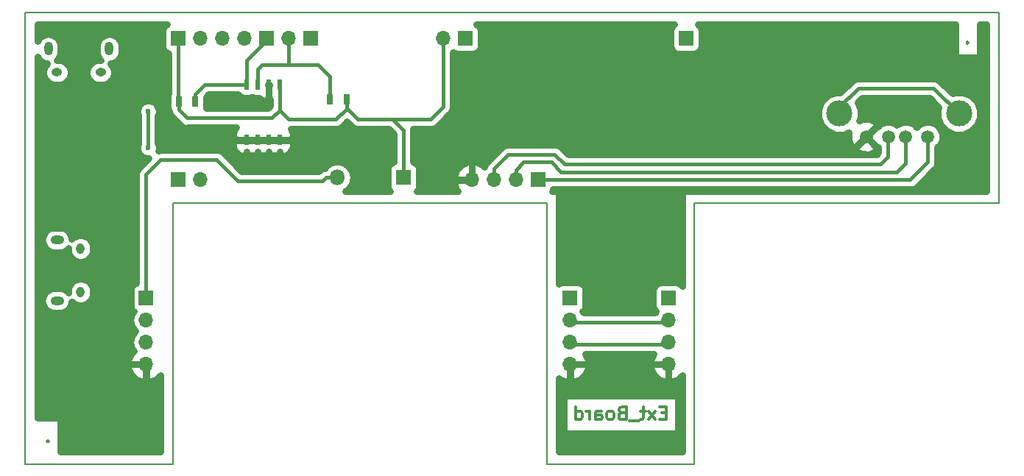
<source format=gbr>
G04 #@! TF.GenerationSoftware,KiCad,Pcbnew,(5.0.0)*
G04 #@! TF.CreationDate,2018-11-23T00:32:49+07:00*
G04 #@! TF.ProjectId,ext_module,6578745F6D6F64756C652E6B69636164,rev?*
G04 #@! TF.SameCoordinates,Original*
G04 #@! TF.FileFunction,Copper,L2,Bot,Signal*
G04 #@! TF.FilePolarity,Positive*
%FSLAX46Y46*%
G04 Gerber Fmt 4.6, Leading zero omitted, Abs format (unit mm)*
G04 Created by KiCad (PCBNEW (5.0.0)) date 11/23/18 00:32:49*
%MOMM*%
%LPD*%
G01*
G04 APERTURE LIST*
G04 #@! TA.AperFunction,NonConductor*
%ADD10C,0.150000*%
G04 #@! TD*
G04 #@! TA.AperFunction,NonConductor*
%ADD11C,0.300000*%
G04 #@! TD*
G04 #@! TA.AperFunction,ComponentPad*
%ADD12R,1.800000X1.800000*%
G04 #@! TD*
G04 #@! TA.AperFunction,ComponentPad*
%ADD13O,1.800000X1.800000*%
G04 #@! TD*
G04 #@! TA.AperFunction,ComponentPad*
%ADD14C,1.500000*%
G04 #@! TD*
G04 #@! TA.AperFunction,ComponentPad*
%ADD15C,3.000000*%
G04 #@! TD*
G04 #@! TA.AperFunction,ComponentPad*
%ADD16R,1.700000X1.700000*%
G04 #@! TD*
G04 #@! TA.AperFunction,ComponentPad*
%ADD17O,1.700000X1.700000*%
G04 #@! TD*
G04 #@! TA.AperFunction,SMDPad,CuDef*
%ADD18R,0.700000X1.300000*%
G04 #@! TD*
G04 #@! TA.AperFunction,ComponentPad*
%ADD19O,0.950000X1.250000*%
G04 #@! TD*
G04 #@! TA.AperFunction,ComponentPad*
%ADD20O,1.550000X1.000000*%
G04 #@! TD*
G04 #@! TA.AperFunction,SMDPad,CuDef*
%ADD21R,0.508000X1.143000*%
G04 #@! TD*
G04 #@! TA.AperFunction,ComponentPad*
%ADD22O,1.250000X0.950000*%
G04 #@! TD*
G04 #@! TA.AperFunction,ComponentPad*
%ADD23O,1.000000X1.550000*%
G04 #@! TD*
G04 #@! TA.AperFunction,ViaPad*
%ADD24C,0.600000*%
G04 #@! TD*
G04 #@! TA.AperFunction,Conductor*
%ADD25C,0.400000*%
G04 #@! TD*
G04 #@! TA.AperFunction,Conductor*
%ADD26C,0.800000*%
G04 #@! TD*
G04 APERTURE END LIST*
D10*
X21000000Y-23000000D02*
X21000000Y-75000000D01*
X133000000Y-23000000D02*
X21000000Y-23000000D01*
X133000000Y-45000000D02*
X133000000Y-23000000D01*
X98000000Y-45000000D02*
X133000000Y-45000000D01*
X98000000Y-75000000D02*
X98000000Y-45000000D01*
X81000000Y-75000000D02*
X98000000Y-75000000D01*
X81000000Y-45000000D02*
X81000000Y-75000000D01*
X38000000Y-45000000D02*
X81000000Y-45000000D01*
X38000000Y-75000000D02*
X38000000Y-45000000D01*
X21000000Y-75000000D02*
X38000000Y-75000000D01*
D11*
X129413000Y-26443714D02*
X129484428Y-26515142D01*
X129413000Y-26586571D01*
X129341571Y-26515142D01*
X129413000Y-26443714D01*
X129413000Y-26586571D01*
X23622000Y-72290714D02*
X23693428Y-72362142D01*
X23622000Y-72433571D01*
X23550571Y-72362142D01*
X23622000Y-72290714D01*
X23622000Y-72433571D01*
X94713571Y-69107857D02*
X94213571Y-69107857D01*
X93999285Y-69893571D02*
X94713571Y-69893571D01*
X94713571Y-68393571D01*
X93999285Y-68393571D01*
X93499285Y-69893571D02*
X92713571Y-68893571D01*
X93499285Y-68893571D02*
X92713571Y-69893571D01*
X92356428Y-68893571D02*
X91785000Y-68893571D01*
X92142142Y-68393571D02*
X92142142Y-69679285D01*
X92070714Y-69822142D01*
X91927857Y-69893571D01*
X91785000Y-69893571D01*
X91642142Y-70036428D02*
X90499285Y-70036428D01*
X89642142Y-69107857D02*
X89427857Y-69179285D01*
X89356428Y-69250714D01*
X89285000Y-69393571D01*
X89285000Y-69607857D01*
X89356428Y-69750714D01*
X89427857Y-69822142D01*
X89570714Y-69893571D01*
X90142142Y-69893571D01*
X90142142Y-68393571D01*
X89642142Y-68393571D01*
X89499285Y-68465000D01*
X89427857Y-68536428D01*
X89356428Y-68679285D01*
X89356428Y-68822142D01*
X89427857Y-68965000D01*
X89499285Y-69036428D01*
X89642142Y-69107857D01*
X90142142Y-69107857D01*
X88427857Y-69893571D02*
X88570714Y-69822142D01*
X88642142Y-69750714D01*
X88713571Y-69607857D01*
X88713571Y-69179285D01*
X88642142Y-69036428D01*
X88570714Y-68965000D01*
X88427857Y-68893571D01*
X88213571Y-68893571D01*
X88070714Y-68965000D01*
X87999285Y-69036428D01*
X87927857Y-69179285D01*
X87927857Y-69607857D01*
X87999285Y-69750714D01*
X88070714Y-69822142D01*
X88213571Y-69893571D01*
X88427857Y-69893571D01*
X86642142Y-69893571D02*
X86642142Y-69107857D01*
X86713571Y-68965000D01*
X86856428Y-68893571D01*
X87142142Y-68893571D01*
X87285000Y-68965000D01*
X86642142Y-69822142D02*
X86785000Y-69893571D01*
X87142142Y-69893571D01*
X87285000Y-69822142D01*
X87356428Y-69679285D01*
X87356428Y-69536428D01*
X87285000Y-69393571D01*
X87142142Y-69322142D01*
X86785000Y-69322142D01*
X86642142Y-69250714D01*
X85927857Y-69893571D02*
X85927857Y-68893571D01*
X85927857Y-69179285D02*
X85856428Y-69036428D01*
X85785000Y-68965000D01*
X85642142Y-68893571D01*
X85499285Y-68893571D01*
X84356428Y-69893571D02*
X84356428Y-68393571D01*
X84356428Y-69822142D02*
X84499285Y-69893571D01*
X84785000Y-69893571D01*
X84927857Y-69822142D01*
X84999285Y-69750714D01*
X85070714Y-69607857D01*
X85070714Y-69179285D01*
X84999285Y-69036428D01*
X84927857Y-68965000D01*
X84785000Y-68893571D01*
X84499285Y-68893571D01*
X84356428Y-68965000D01*
D12*
G04 #@! TO.P,D1,1*
G04 #@! TO.N,Net-(D1-Pad1)*
X64516000Y-42037000D03*
D13*
G04 #@! TO.P,D1,2*
G04 #@! TO.N,Net-(D1-Pad2)*
X56896000Y-42037000D03*
G04 #@! TD*
D14*
G04 #@! TO.P,P1,4*
G04 #@! TO.N,GND*
X117731000Y-37338000D03*
G04 #@! TO.P,P1,3*
G04 #@! TO.N,Net-(P1-Pad3)*
X120271000Y-37338000D03*
G04 #@! TO.P,P1,2*
G04 #@! TO.N,Net-(P1-Pad2)*
X122301000Y-37338000D03*
G04 #@! TO.P,P1,1*
G04 #@! TO.N,Net-(P1-Pad1)*
X124841000Y-37338000D03*
D15*
G04 #@! TO.P,P1,5*
G04 #@! TO.N,Net-(P1-Pad5)*
X114681000Y-34668000D03*
X128401000Y-34668000D03*
G04 #@! TD*
D16*
G04 #@! TO.P,P2,1*
G04 #@! TO.N,Net-(P1-Pad1)*
X80010000Y-42291000D03*
D17*
G04 #@! TO.P,P2,2*
G04 #@! TO.N,Net-(P1-Pad2)*
X77470000Y-42291000D03*
G04 #@! TO.P,P2,3*
G04 #@! TO.N,Net-(P1-Pad3)*
X74930000Y-42291000D03*
G04 #@! TO.P,P2,4*
G04 #@! TO.N,GND*
X72390000Y-42291000D03*
G04 #@! TD*
D16*
G04 #@! TO.P,P3,1*
G04 #@! TO.N,Net-(D1-Pad2)*
X34925000Y-55880000D03*
D17*
G04 #@! TO.P,P3,2*
G04 #@! TO.N,Net-(P3-Pad2)*
X34925000Y-58420000D03*
G04 #@! TO.P,P3,3*
G04 #@! TO.N,Net-(P3-Pad3)*
X34925000Y-60960000D03*
G04 #@! TO.P,P3,4*
G04 #@! TO.N,GND*
X34925000Y-63500000D03*
G04 #@! TD*
D16*
G04 #@! TO.P,P4,1*
G04 #@! TO.N,Net-(C2.2uF1-Pad1)*
X83693000Y-55880000D03*
D17*
G04 #@! TO.P,P4,2*
G04 #@! TO.N,Net-(P4-Pad2)*
X83693000Y-58420000D03*
G04 #@! TO.P,P4,3*
G04 #@! TO.N,Net-(P4-Pad3)*
X83693000Y-60960000D03*
G04 #@! TO.P,P4,4*
G04 #@! TO.N,GND*
X83693000Y-63500000D03*
G04 #@! TD*
D16*
G04 #@! TO.P,P6,1*
G04 #@! TO.N,Net-(C10uF1-Pad1)*
X94996000Y-55880000D03*
D17*
G04 #@! TO.P,P6,2*
G04 #@! TO.N,Net-(P4-Pad2)*
X94996000Y-58420000D03*
G04 #@! TO.P,P6,3*
G04 #@! TO.N,Net-(P4-Pad3)*
X94996000Y-60960000D03*
G04 #@! TO.P,P6,4*
G04 #@! TO.N,GND*
X94996000Y-63500000D03*
G04 #@! TD*
D16*
G04 #@! TO.P,P7,1*
G04 #@! TO.N,Net-(P7-Pad1)*
X97000000Y-26000000D03*
G04 #@! TD*
G04 #@! TO.P,P8,1*
G04 #@! TO.N,Net-(D1-Pad1)*
X38608000Y-26035000D03*
D17*
G04 #@! TO.P,P8,2*
G04 #@! TO.N,Net-(P5-Pad2)*
X41148000Y-26035000D03*
G04 #@! TO.P,P8,3*
G04 #@! TO.N,Net-(P5-Pad1)*
X43688000Y-26035000D03*
G04 #@! TO.P,P8,4*
G04 #@! TO.N,GND*
X46228000Y-26035000D03*
G04 #@! TD*
D16*
G04 #@! TO.P,P9,1*
G04 #@! TO.N,Net-(P9-Pad1)*
X48768000Y-26035000D03*
D17*
G04 #@! TO.P,P9,2*
G04 #@! TO.N,Net-(P9-Pad2)*
X51308000Y-26035000D03*
G04 #@! TD*
D16*
G04 #@! TO.P,P10,1*
G04 #@! TO.N,Net-(P10-Pad1)*
X53848000Y-26035000D03*
G04 #@! TD*
D18*
G04 #@! TO.P,R4.7k1,1*
G04 #@! TO.N,Net-(D1-Pad1)*
X57973000Y-33020000D03*
G04 #@! TO.P,R4.7k1,2*
G04 #@! TO.N,Net-(P9-Pad2)*
X56073000Y-33020000D03*
G04 #@! TD*
G04 #@! TO.P,R4.7k2,1*
G04 #@! TO.N,Net-(D1-Pad1)*
X38674000Y-33274000D03*
G04 #@! TO.P,R4.7k2,2*
G04 #@! TO.N,Net-(P9-Pad1)*
X40574000Y-33274000D03*
G04 #@! TD*
D19*
G04 #@! TO.P,U1,6*
G04 #@! TO.N,N/C*
X27385000Y-50205000D03*
X27385000Y-55205000D03*
D20*
X24685000Y-49205000D03*
X24685000Y-56205000D03*
G04 #@! TD*
D21*
G04 #@! TO.P,U1B1,8*
G04 #@! TO.N,Net-(D1-Pad1)*
X50292000Y-31369000D03*
G04 #@! TO.P,U1B1,7*
G04 #@! TO.N,GND*
X49022000Y-31369000D03*
G04 #@! TO.P,U1B1,6*
G04 #@! TO.N,Net-(P9-Pad2)*
X47752000Y-31369000D03*
G04 #@! TO.P,U1B1,5*
G04 #@! TO.N,Net-(P9-Pad1)*
X46482000Y-31369000D03*
G04 #@! TO.P,U1B1,4*
G04 #@! TO.N,GND*
X46482000Y-37719000D03*
G04 #@! TO.P,U1B1,3*
X47752000Y-37719000D03*
G04 #@! TO.P,U1B1,2*
X49022000Y-37719000D03*
G04 #@! TO.P,U1B1,1*
X50292000Y-37719000D03*
G04 #@! TD*
D22*
G04 #@! TO.P,U2,6*
G04 #@! TO.N,N/C*
X29678000Y-29925000D03*
X24678000Y-29925000D03*
D23*
X30678000Y-27225000D03*
X23678000Y-27225000D03*
G04 #@! TD*
D16*
G04 #@! TO.P,Photo_R1,1*
G04 #@! TO.N,Net-(P10-Pad1)*
X71628000Y-26035000D03*
D17*
G04 #@! TO.P,Photo_R1,2*
G04 #@! TO.N,Net-(D1-Pad1)*
X69088000Y-26035000D03*
G04 #@! TD*
D16*
G04 #@! TO.P,P5,1*
G04 #@! TO.N,Net-(P5-Pad1)*
X38608000Y-42291000D03*
D17*
G04 #@! TO.P,P5,2*
G04 #@! TO.N,Net-(P5-Pad2)*
X41148000Y-42291000D03*
G04 #@! TD*
D24*
G04 #@! TO.N,Net-(P5-Pad1)*
X35179000Y-34417000D03*
X35179000Y-38608000D03*
G04 #@! TO.N,GND*
X88000000Y-33000000D03*
X28000000Y-59000000D03*
X44704000Y-33528000D03*
X24638000Y-53975000D03*
X27178000Y-27051000D03*
X36703000Y-32893000D03*
X25273000Y-32766000D03*
G04 #@! TD*
D25*
G04 #@! TO.N,Net-(D1-Pad1)*
X57973000Y-34036000D02*
X58039000Y-34036000D01*
X64516000Y-36576000D02*
X64516000Y-42037000D01*
X63246000Y-35306000D02*
X64516000Y-36576000D01*
X59309000Y-35306000D02*
X63246000Y-35306000D01*
X58039000Y-34036000D02*
X59309000Y-35306000D01*
X50292000Y-34290000D02*
X51308000Y-35306000D01*
X57973000Y-34102000D02*
X57973000Y-34036000D01*
X57973000Y-34036000D02*
X57973000Y-33020000D01*
X56769000Y-35306000D02*
X57973000Y-34102000D01*
X51308000Y-35306000D02*
X56769000Y-35306000D01*
X38674000Y-33274000D02*
X38674000Y-34229000D01*
X50292000Y-34290000D02*
X50292000Y-31369000D01*
X49403000Y-35179000D02*
X50292000Y-34290000D01*
X39624000Y-35179000D02*
X49403000Y-35179000D01*
X38674000Y-34229000D02*
X39624000Y-35179000D01*
X38608000Y-33208000D02*
X38674000Y-33274000D01*
X38608000Y-26035000D02*
X38608000Y-33208000D01*
X67691000Y-35306000D02*
X63246000Y-35306000D01*
X69088000Y-26035000D02*
X69088000Y-33909000D01*
X69088000Y-33909000D02*
X67691000Y-35306000D01*
G04 #@! TO.N,Net-(D1-Pad2)*
X56896000Y-42037000D02*
X55626000Y-42037000D01*
X34925000Y-41656000D02*
X34925000Y-55880000D01*
X36576000Y-40005000D02*
X34925000Y-41656000D01*
X43053000Y-40005000D02*
X36576000Y-40005000D01*
X45466000Y-42418000D02*
X43053000Y-40005000D01*
X55245000Y-42418000D02*
X45466000Y-42418000D01*
X55626000Y-42037000D02*
X55245000Y-42418000D01*
G04 #@! TO.N,Net-(P1-Pad3)*
X120271000Y-37338000D02*
X120269000Y-37338000D01*
X120269000Y-37340000D02*
X120271000Y-37338000D01*
X120269000Y-39624000D02*
X120269000Y-37340000D01*
X74930000Y-41021000D02*
X76581000Y-39370000D01*
X74930000Y-42291000D02*
X74930000Y-41021000D01*
X76581000Y-39370000D02*
X81915000Y-39370000D01*
X81915000Y-39370000D02*
X83058000Y-40513000D01*
X83058000Y-40513000D02*
X119380000Y-40513000D01*
X119380000Y-40513000D02*
X120269000Y-39624000D01*
G04 #@! TO.N,Net-(P1-Pad2)*
X122301000Y-40386000D02*
X122301000Y-37338000D01*
X77470000Y-42291000D02*
X77470000Y-41148000D01*
X78359000Y-40259000D02*
X81534000Y-40259000D01*
X81534000Y-40259000D02*
X82677000Y-41402000D01*
X82677000Y-41402000D02*
X121285000Y-41402000D01*
X77470000Y-41148000D02*
X78359000Y-40259000D01*
X121285000Y-41402000D02*
X122301000Y-40386000D01*
G04 #@! TO.N,Net-(P1-Pad1)*
X80010000Y-42291000D02*
X122809000Y-42291000D01*
X124841000Y-40259000D02*
X124841000Y-37338000D01*
X122809000Y-42291000D02*
X124841000Y-40259000D01*
X124693000Y-37267000D02*
X124820000Y-37140000D01*
G04 #@! TO.N,Net-(P1-Pad5)*
X114681000Y-34668000D02*
X114681000Y-33909000D01*
X114681000Y-33909000D02*
X116840000Y-31750000D01*
X116840000Y-31750000D02*
X125483000Y-31750000D01*
X125483000Y-31750000D02*
X128401000Y-34668000D01*
X114660000Y-34470000D02*
X114660000Y-34300000D01*
X114660000Y-34470000D02*
X114663000Y-34470000D01*
G04 #@! TO.N,Net-(P4-Pad2)*
X83820000Y-58680000D02*
X94820000Y-58680000D01*
G04 #@! TO.N,Net-(P4-Pad3)*
X94820000Y-61220000D02*
X83820000Y-61220000D01*
G04 #@! TO.N,Net-(P9-Pad1)*
X40574000Y-33274000D02*
X40574000Y-32451000D01*
X41656000Y-31369000D02*
X46482000Y-31369000D01*
X40574000Y-32451000D02*
X41656000Y-31369000D01*
X46482000Y-31369000D02*
X46482000Y-28575000D01*
X46482000Y-28575000D02*
X48768000Y-26289000D01*
X48768000Y-26289000D02*
X48768000Y-26035000D01*
G04 #@! TO.N,Net-(P9-Pad2)*
X51308000Y-26035000D02*
X51308000Y-29083000D01*
X56073000Y-33020000D02*
X56073000Y-30419000D01*
X47752000Y-29591000D02*
X47752000Y-31369000D01*
X48260000Y-29083000D02*
X47752000Y-29591000D01*
X54737000Y-29083000D02*
X51308000Y-29083000D01*
X51308000Y-29083000D02*
X48260000Y-29083000D01*
X56073000Y-30419000D02*
X54737000Y-29083000D01*
G04 #@! TO.N,Net-(P5-Pad1)*
X35179000Y-34417000D02*
X35179000Y-38608000D01*
G04 #@! TO.N,GND*
X49022000Y-31369000D02*
X49022000Y-33020000D01*
X48514000Y-33528000D02*
X44704000Y-33528000D01*
X49022000Y-33020000D02*
X48514000Y-33528000D01*
X36576000Y-32766000D02*
X25273000Y-32766000D01*
X36703000Y-32893000D02*
X36576000Y-32766000D01*
G04 #@! TD*
D26*
G04 #@! TO.N,GND*
G36*
X92948330Y-63034108D02*
X92925913Y-63146819D01*
X93208675Y-63475000D01*
X94971000Y-63475000D01*
X94971000Y-63455000D01*
X95021000Y-63455000D01*
X95021000Y-63475000D01*
X95041000Y-63475000D01*
X95041000Y-63525000D01*
X95021000Y-63525000D01*
X95021000Y-65287353D01*
X95349182Y-65570089D01*
X96114486Y-65277356D01*
X96600000Y-64817713D01*
X96600000Y-73600000D01*
X82400000Y-73600000D01*
X82400000Y-67160000D01*
X82949286Y-67160000D01*
X82949286Y-71510000D01*
X96120715Y-71510000D01*
X96120715Y-67160000D01*
X82949286Y-67160000D01*
X82400000Y-67160000D01*
X82400000Y-65112141D01*
X82574514Y-65277356D01*
X83339818Y-65570089D01*
X83668000Y-65287353D01*
X83668000Y-63525000D01*
X83718000Y-63525000D01*
X83718000Y-65287353D01*
X84046182Y-65570089D01*
X84811486Y-65277356D01*
X85406511Y-64714037D01*
X85740670Y-63965892D01*
X85763087Y-63853181D01*
X92925913Y-63853181D01*
X92948330Y-63965892D01*
X93282489Y-64714037D01*
X93877514Y-65277356D01*
X94642818Y-65570089D01*
X94971000Y-65287353D01*
X94971000Y-63525000D01*
X93208675Y-63525000D01*
X92925913Y-63853181D01*
X85763087Y-63853181D01*
X85480325Y-63525000D01*
X83718000Y-63525000D01*
X83668000Y-63525000D01*
X83648000Y-63525000D01*
X83648000Y-63475000D01*
X83668000Y-63475000D01*
X83668000Y-63455000D01*
X83718000Y-63455000D01*
X83718000Y-63475000D01*
X85480325Y-63475000D01*
X85763087Y-63146819D01*
X85740670Y-63034108D01*
X85421714Y-62320000D01*
X93267286Y-62320000D01*
X92948330Y-63034108D01*
X92948330Y-63034108D01*
G37*
X92948330Y-63034108D02*
X92925913Y-63146819D01*
X93208675Y-63475000D01*
X94971000Y-63475000D01*
X94971000Y-63455000D01*
X95021000Y-63455000D01*
X95021000Y-63475000D01*
X95041000Y-63475000D01*
X95041000Y-63525000D01*
X95021000Y-63525000D01*
X95021000Y-65287353D01*
X95349182Y-65570089D01*
X96114486Y-65277356D01*
X96600000Y-64817713D01*
X96600000Y-73600000D01*
X82400000Y-73600000D01*
X82400000Y-67160000D01*
X82949286Y-67160000D01*
X82949286Y-71510000D01*
X96120715Y-71510000D01*
X96120715Y-67160000D01*
X82949286Y-67160000D01*
X82400000Y-67160000D01*
X82400000Y-65112141D01*
X82574514Y-65277356D01*
X83339818Y-65570089D01*
X83668000Y-65287353D01*
X83668000Y-63525000D01*
X83718000Y-63525000D01*
X83718000Y-65287353D01*
X84046182Y-65570089D01*
X84811486Y-65277356D01*
X85406511Y-64714037D01*
X85740670Y-63965892D01*
X85763087Y-63853181D01*
X92925913Y-63853181D01*
X92948330Y-63965892D01*
X93282489Y-64714037D01*
X93877514Y-65277356D01*
X94642818Y-65570089D01*
X94971000Y-65287353D01*
X94971000Y-63525000D01*
X93208675Y-63525000D01*
X92925913Y-63853181D01*
X85763087Y-63853181D01*
X85480325Y-63525000D01*
X83718000Y-63525000D01*
X83668000Y-63525000D01*
X83648000Y-63525000D01*
X83648000Y-63475000D01*
X83668000Y-63475000D01*
X83668000Y-63455000D01*
X83718000Y-63455000D01*
X83718000Y-63475000D01*
X85480325Y-63475000D01*
X85763087Y-63146819D01*
X85740670Y-63034108D01*
X85421714Y-62320000D01*
X93267286Y-62320000D01*
X92948330Y-63034108D01*
G36*
X37109136Y-24536136D02*
X36910219Y-24833837D01*
X36840368Y-25185000D01*
X36840368Y-26885000D01*
X36910219Y-27236163D01*
X37109136Y-27533864D01*
X37406837Y-27732781D01*
X37508000Y-27752904D01*
X37508001Y-32225272D01*
X37476219Y-32272837D01*
X37406368Y-32624000D01*
X37406368Y-33924000D01*
X37476219Y-34275163D01*
X37597838Y-34457179D01*
X37637823Y-34658198D01*
X37667128Y-34702056D01*
X37880945Y-35022056D01*
X37972792Y-35083426D01*
X38769573Y-35880208D01*
X38830944Y-35972056D01*
X39187053Y-36210000D01*
X39194801Y-36215177D01*
X39624000Y-36300550D01*
X39732339Y-36279000D01*
X45328733Y-36279000D01*
X45168301Y-36439432D01*
X44978000Y-36898859D01*
X44978000Y-37381500D01*
X45290500Y-37694000D01*
X46457000Y-37694000D01*
X46457000Y-37674000D01*
X46507000Y-37674000D01*
X46507000Y-37694000D01*
X47727000Y-37694000D01*
X47727000Y-37674000D01*
X47777000Y-37674000D01*
X47777000Y-37694000D01*
X48997000Y-37694000D01*
X48997000Y-37674000D01*
X49047000Y-37674000D01*
X49047000Y-37694000D01*
X50267000Y-37694000D01*
X50267000Y-37640500D01*
X50317000Y-37590500D01*
X50317000Y-37694000D01*
X51483500Y-37694000D01*
X51796000Y-37381500D01*
X51796000Y-36898859D01*
X51605699Y-36439432D01*
X51572267Y-36406000D01*
X56660661Y-36406000D01*
X56769000Y-36427550D01*
X56877339Y-36406000D01*
X57198199Y-36342177D01*
X57562056Y-36099056D01*
X57623428Y-36007206D01*
X58039000Y-35591635D01*
X58454574Y-36007208D01*
X58515944Y-36099056D01*
X58817502Y-36300550D01*
X58879801Y-36342177D01*
X59308999Y-36427550D01*
X59417338Y-36406000D01*
X62790366Y-36406000D01*
X63416000Y-37031635D01*
X63416001Y-40259151D01*
X63264837Y-40289219D01*
X62967136Y-40488136D01*
X62768219Y-40785837D01*
X62698368Y-41137000D01*
X62698368Y-42937000D01*
X62768219Y-43288163D01*
X62967136Y-43585864D01*
X62988292Y-43600000D01*
X57796720Y-43600000D01*
X58193728Y-43334728D01*
X58591563Y-42739325D01*
X58731264Y-42037000D01*
X58591563Y-41334675D01*
X58193728Y-40739272D01*
X57598325Y-40341437D01*
X57073284Y-40237000D01*
X56718716Y-40237000D01*
X56193675Y-40341437D01*
X55598272Y-40739272D01*
X55458260Y-40948816D01*
X55400976Y-40960210D01*
X55196801Y-41000823D01*
X54832944Y-41243944D01*
X54783461Y-41318000D01*
X45921635Y-41318000D01*
X43907428Y-39303794D01*
X43846056Y-39211944D01*
X43482199Y-38968823D01*
X43161339Y-38905000D01*
X43053000Y-38883450D01*
X42944661Y-38905000D01*
X36684339Y-38905000D01*
X36576000Y-38883450D01*
X36467661Y-38905000D01*
X36344720Y-38929455D01*
X36379000Y-38846695D01*
X36379000Y-38369305D01*
X36279000Y-38127884D01*
X36279000Y-38056500D01*
X44978000Y-38056500D01*
X44978000Y-38539141D01*
X45168301Y-38998568D01*
X45519932Y-39350199D01*
X45979360Y-39540500D01*
X46144500Y-39540500D01*
X46457000Y-39228000D01*
X46457000Y-39017267D01*
X46507000Y-39067267D01*
X46507000Y-39228000D01*
X46819500Y-39540500D01*
X46984640Y-39540500D01*
X47117000Y-39485675D01*
X47249360Y-39540500D01*
X47414500Y-39540500D01*
X47727000Y-39228000D01*
X47727000Y-39067267D01*
X47752000Y-39042267D01*
X47777000Y-39067267D01*
X47777000Y-39228000D01*
X48089500Y-39540500D01*
X48254640Y-39540500D01*
X48387000Y-39485675D01*
X48519360Y-39540500D01*
X48684500Y-39540500D01*
X48997000Y-39228000D01*
X48997000Y-39067267D01*
X49022000Y-39042267D01*
X49047000Y-39067267D01*
X49047000Y-39228000D01*
X49359500Y-39540500D01*
X49524640Y-39540500D01*
X49657000Y-39485675D01*
X49789360Y-39540500D01*
X49954500Y-39540500D01*
X50267000Y-39228000D01*
X50267000Y-39067267D01*
X50317000Y-39017267D01*
X50317000Y-39228000D01*
X50629500Y-39540500D01*
X50794640Y-39540500D01*
X51254068Y-39350199D01*
X51605699Y-38998568D01*
X51796000Y-38539141D01*
X51796000Y-38056500D01*
X51483500Y-37744000D01*
X50317000Y-37744000D01*
X50317000Y-37847500D01*
X50267000Y-37797500D01*
X50267000Y-37744000D01*
X49047000Y-37744000D01*
X49047000Y-37797500D01*
X49022000Y-37822500D01*
X48997000Y-37797500D01*
X48997000Y-37744000D01*
X47777000Y-37744000D01*
X47777000Y-37797500D01*
X47752000Y-37822500D01*
X47727000Y-37797500D01*
X47727000Y-37744000D01*
X46507000Y-37744000D01*
X46507000Y-37797500D01*
X46457000Y-37847500D01*
X46457000Y-37744000D01*
X45290500Y-37744000D01*
X44978000Y-38056500D01*
X36279000Y-38056500D01*
X36279000Y-34897116D01*
X36379000Y-34655695D01*
X36379000Y-34178305D01*
X36196311Y-33737255D01*
X35858745Y-33399689D01*
X35417695Y-33217000D01*
X34940305Y-33217000D01*
X34499255Y-33399689D01*
X34161689Y-33737255D01*
X33979000Y-34178305D01*
X33979000Y-34655695D01*
X34079000Y-34897117D01*
X34079001Y-38127882D01*
X33979000Y-38369305D01*
X33979000Y-38846695D01*
X34161689Y-39287745D01*
X34499255Y-39625311D01*
X34940305Y-39808000D01*
X35217366Y-39808000D01*
X34223794Y-40801572D01*
X34131944Y-40862944D01*
X33941477Y-41148000D01*
X33888823Y-41226802D01*
X33803450Y-41656000D01*
X33825000Y-41764339D01*
X33825001Y-54162096D01*
X33723837Y-54182219D01*
X33426136Y-54381136D01*
X33227219Y-54678837D01*
X33157368Y-55030000D01*
X33157368Y-56730000D01*
X33227219Y-57081163D01*
X33426136Y-57378864D01*
X33488234Y-57420357D01*
X33276537Y-57737184D01*
X33140716Y-58420000D01*
X33276537Y-59102816D01*
X33663321Y-59681679D01*
X33675774Y-59690000D01*
X33663321Y-59698321D01*
X33276537Y-60277184D01*
X33140716Y-60960000D01*
X33276537Y-61642816D01*
X33514559Y-61999042D01*
X33211489Y-62285963D01*
X32877330Y-63034108D01*
X32854913Y-63146819D01*
X33137675Y-63475000D01*
X34900000Y-63475000D01*
X34900000Y-63455000D01*
X34950000Y-63455000D01*
X34950000Y-63475000D01*
X34970000Y-63475000D01*
X34970000Y-63525000D01*
X34950000Y-63525000D01*
X34950000Y-65287353D01*
X35278182Y-65570089D01*
X36043486Y-65277356D01*
X36600000Y-64750496D01*
X36600000Y-73600000D01*
X25029143Y-73600000D01*
X25029143Y-69700000D01*
X22400000Y-69700000D01*
X22400000Y-63853181D01*
X32854913Y-63853181D01*
X32877330Y-63965892D01*
X33211489Y-64714037D01*
X33806514Y-65277356D01*
X34571818Y-65570089D01*
X34900000Y-65287353D01*
X34900000Y-63525000D01*
X33137675Y-63525000D01*
X32854913Y-63853181D01*
X22400000Y-63853181D01*
X22400000Y-56205000D01*
X22982573Y-56205000D01*
X23091229Y-56751253D01*
X23400657Y-57214343D01*
X23863747Y-57523771D01*
X24272115Y-57605000D01*
X25097885Y-57605000D01*
X25506253Y-57523771D01*
X25969343Y-57214343D01*
X26278771Y-56751253D01*
X26367200Y-56306687D01*
X26393682Y-56346319D01*
X26848503Y-56650221D01*
X27385000Y-56756937D01*
X27921498Y-56650221D01*
X28376319Y-56346319D01*
X28680221Y-55891497D01*
X28760000Y-55490421D01*
X28760000Y-54919578D01*
X28680221Y-54518502D01*
X28376318Y-54063681D01*
X27921497Y-53759779D01*
X27385000Y-53653063D01*
X26848502Y-53759779D01*
X26393681Y-54063682D01*
X26089779Y-54518503D01*
X26010000Y-54919579D01*
X26010000Y-55256504D01*
X25969343Y-55195657D01*
X25506253Y-54886229D01*
X25097885Y-54805000D01*
X24272115Y-54805000D01*
X23863747Y-54886229D01*
X23400657Y-55195657D01*
X23091229Y-55658747D01*
X22982573Y-56205000D01*
X22400000Y-56205000D01*
X22400000Y-49205000D01*
X22982573Y-49205000D01*
X23091229Y-49751253D01*
X23400657Y-50214343D01*
X23863747Y-50523771D01*
X24272115Y-50605000D01*
X25097885Y-50605000D01*
X25506253Y-50523771D01*
X25969343Y-50214343D01*
X26010000Y-50153496D01*
X26010000Y-50490422D01*
X26089779Y-50891498D01*
X26393682Y-51346319D01*
X26848503Y-51650221D01*
X27385000Y-51756937D01*
X27921498Y-51650221D01*
X28376319Y-51346319D01*
X28680221Y-50891497D01*
X28760000Y-50490421D01*
X28760000Y-49919578D01*
X28680221Y-49518502D01*
X28376318Y-49063681D01*
X27921497Y-48759779D01*
X27385000Y-48653063D01*
X26848502Y-48759779D01*
X26393681Y-49063682D01*
X26367200Y-49103313D01*
X26278771Y-48658747D01*
X25969343Y-48195657D01*
X25506253Y-47886229D01*
X25097885Y-47805000D01*
X24272115Y-47805000D01*
X23863747Y-47886229D01*
X23400657Y-48195657D01*
X23091229Y-48658747D01*
X22982573Y-49205000D01*
X22400000Y-49205000D01*
X22400000Y-28107270D01*
X22668657Y-28509342D01*
X23131747Y-28818771D01*
X23576312Y-28907200D01*
X23536681Y-28933681D01*
X23232779Y-29388502D01*
X23126063Y-29925000D01*
X23232779Y-30461498D01*
X23536681Y-30916319D01*
X23991502Y-31220221D01*
X24392578Y-31300000D01*
X24963422Y-31300000D01*
X25364498Y-31220221D01*
X25819319Y-30916319D01*
X26123221Y-30461498D01*
X26229937Y-29925000D01*
X28126063Y-29925000D01*
X28232779Y-30461498D01*
X28536681Y-30916319D01*
X28991502Y-31220221D01*
X29392578Y-31300000D01*
X29963422Y-31300000D01*
X30364498Y-31220221D01*
X30819319Y-30916319D01*
X31123221Y-30461498D01*
X31229937Y-29925000D01*
X31123221Y-29388502D01*
X30819319Y-28933681D01*
X30779688Y-28907200D01*
X31224252Y-28818771D01*
X31687342Y-28509343D01*
X31996771Y-28046253D01*
X32078000Y-27637885D01*
X32078000Y-26812116D01*
X31996771Y-26403747D01*
X31687343Y-25940657D01*
X31224253Y-25631229D01*
X30678000Y-25522573D01*
X30131748Y-25631229D01*
X29668658Y-25940657D01*
X29359229Y-26403747D01*
X29278000Y-26812115D01*
X29278000Y-27637884D01*
X29359229Y-28046252D01*
X29668657Y-28509342D01*
X29729506Y-28550000D01*
X29392578Y-28550000D01*
X28991502Y-28629779D01*
X28536681Y-28933681D01*
X28232779Y-29388502D01*
X28126063Y-29925000D01*
X26229937Y-29925000D01*
X26123221Y-29388502D01*
X25819319Y-28933681D01*
X25364498Y-28629779D01*
X24963422Y-28550000D01*
X24626495Y-28550000D01*
X24687342Y-28509343D01*
X24996771Y-28046253D01*
X25078000Y-27637885D01*
X25078000Y-26812116D01*
X24996771Y-26403747D01*
X24687343Y-25940657D01*
X24224253Y-25631229D01*
X23678000Y-25522573D01*
X23131748Y-25631229D01*
X22668658Y-25940657D01*
X22400000Y-26342729D01*
X22400000Y-24400000D01*
X37312878Y-24400000D01*
X37109136Y-24536136D01*
X37109136Y-24536136D01*
G37*
X37109136Y-24536136D02*
X36910219Y-24833837D01*
X36840368Y-25185000D01*
X36840368Y-26885000D01*
X36910219Y-27236163D01*
X37109136Y-27533864D01*
X37406837Y-27732781D01*
X37508000Y-27752904D01*
X37508001Y-32225272D01*
X37476219Y-32272837D01*
X37406368Y-32624000D01*
X37406368Y-33924000D01*
X37476219Y-34275163D01*
X37597838Y-34457179D01*
X37637823Y-34658198D01*
X37667128Y-34702056D01*
X37880945Y-35022056D01*
X37972792Y-35083426D01*
X38769573Y-35880208D01*
X38830944Y-35972056D01*
X39187053Y-36210000D01*
X39194801Y-36215177D01*
X39624000Y-36300550D01*
X39732339Y-36279000D01*
X45328733Y-36279000D01*
X45168301Y-36439432D01*
X44978000Y-36898859D01*
X44978000Y-37381500D01*
X45290500Y-37694000D01*
X46457000Y-37694000D01*
X46457000Y-37674000D01*
X46507000Y-37674000D01*
X46507000Y-37694000D01*
X47727000Y-37694000D01*
X47727000Y-37674000D01*
X47777000Y-37674000D01*
X47777000Y-37694000D01*
X48997000Y-37694000D01*
X48997000Y-37674000D01*
X49047000Y-37674000D01*
X49047000Y-37694000D01*
X50267000Y-37694000D01*
X50267000Y-37640500D01*
X50317000Y-37590500D01*
X50317000Y-37694000D01*
X51483500Y-37694000D01*
X51796000Y-37381500D01*
X51796000Y-36898859D01*
X51605699Y-36439432D01*
X51572267Y-36406000D01*
X56660661Y-36406000D01*
X56769000Y-36427550D01*
X56877339Y-36406000D01*
X57198199Y-36342177D01*
X57562056Y-36099056D01*
X57623428Y-36007206D01*
X58039000Y-35591635D01*
X58454574Y-36007208D01*
X58515944Y-36099056D01*
X58817502Y-36300550D01*
X58879801Y-36342177D01*
X59308999Y-36427550D01*
X59417338Y-36406000D01*
X62790366Y-36406000D01*
X63416000Y-37031635D01*
X63416001Y-40259151D01*
X63264837Y-40289219D01*
X62967136Y-40488136D01*
X62768219Y-40785837D01*
X62698368Y-41137000D01*
X62698368Y-42937000D01*
X62768219Y-43288163D01*
X62967136Y-43585864D01*
X62988292Y-43600000D01*
X57796720Y-43600000D01*
X58193728Y-43334728D01*
X58591563Y-42739325D01*
X58731264Y-42037000D01*
X58591563Y-41334675D01*
X58193728Y-40739272D01*
X57598325Y-40341437D01*
X57073284Y-40237000D01*
X56718716Y-40237000D01*
X56193675Y-40341437D01*
X55598272Y-40739272D01*
X55458260Y-40948816D01*
X55400976Y-40960210D01*
X55196801Y-41000823D01*
X54832944Y-41243944D01*
X54783461Y-41318000D01*
X45921635Y-41318000D01*
X43907428Y-39303794D01*
X43846056Y-39211944D01*
X43482199Y-38968823D01*
X43161339Y-38905000D01*
X43053000Y-38883450D01*
X42944661Y-38905000D01*
X36684339Y-38905000D01*
X36576000Y-38883450D01*
X36467661Y-38905000D01*
X36344720Y-38929455D01*
X36379000Y-38846695D01*
X36379000Y-38369305D01*
X36279000Y-38127884D01*
X36279000Y-38056500D01*
X44978000Y-38056500D01*
X44978000Y-38539141D01*
X45168301Y-38998568D01*
X45519932Y-39350199D01*
X45979360Y-39540500D01*
X46144500Y-39540500D01*
X46457000Y-39228000D01*
X46457000Y-39017267D01*
X46507000Y-39067267D01*
X46507000Y-39228000D01*
X46819500Y-39540500D01*
X46984640Y-39540500D01*
X47117000Y-39485675D01*
X47249360Y-39540500D01*
X47414500Y-39540500D01*
X47727000Y-39228000D01*
X47727000Y-39067267D01*
X47752000Y-39042267D01*
X47777000Y-39067267D01*
X47777000Y-39228000D01*
X48089500Y-39540500D01*
X48254640Y-39540500D01*
X48387000Y-39485675D01*
X48519360Y-39540500D01*
X48684500Y-39540500D01*
X48997000Y-39228000D01*
X48997000Y-39067267D01*
X49022000Y-39042267D01*
X49047000Y-39067267D01*
X49047000Y-39228000D01*
X49359500Y-39540500D01*
X49524640Y-39540500D01*
X49657000Y-39485675D01*
X49789360Y-39540500D01*
X49954500Y-39540500D01*
X50267000Y-39228000D01*
X50267000Y-39067267D01*
X50317000Y-39017267D01*
X50317000Y-39228000D01*
X50629500Y-39540500D01*
X50794640Y-39540500D01*
X51254068Y-39350199D01*
X51605699Y-38998568D01*
X51796000Y-38539141D01*
X51796000Y-38056500D01*
X51483500Y-37744000D01*
X50317000Y-37744000D01*
X50317000Y-37847500D01*
X50267000Y-37797500D01*
X50267000Y-37744000D01*
X49047000Y-37744000D01*
X49047000Y-37797500D01*
X49022000Y-37822500D01*
X48997000Y-37797500D01*
X48997000Y-37744000D01*
X47777000Y-37744000D01*
X47777000Y-37797500D01*
X47752000Y-37822500D01*
X47727000Y-37797500D01*
X47727000Y-37744000D01*
X46507000Y-37744000D01*
X46507000Y-37797500D01*
X46457000Y-37847500D01*
X46457000Y-37744000D01*
X45290500Y-37744000D01*
X44978000Y-38056500D01*
X36279000Y-38056500D01*
X36279000Y-34897116D01*
X36379000Y-34655695D01*
X36379000Y-34178305D01*
X36196311Y-33737255D01*
X35858745Y-33399689D01*
X35417695Y-33217000D01*
X34940305Y-33217000D01*
X34499255Y-33399689D01*
X34161689Y-33737255D01*
X33979000Y-34178305D01*
X33979000Y-34655695D01*
X34079000Y-34897117D01*
X34079001Y-38127882D01*
X33979000Y-38369305D01*
X33979000Y-38846695D01*
X34161689Y-39287745D01*
X34499255Y-39625311D01*
X34940305Y-39808000D01*
X35217366Y-39808000D01*
X34223794Y-40801572D01*
X34131944Y-40862944D01*
X33941477Y-41148000D01*
X33888823Y-41226802D01*
X33803450Y-41656000D01*
X33825000Y-41764339D01*
X33825001Y-54162096D01*
X33723837Y-54182219D01*
X33426136Y-54381136D01*
X33227219Y-54678837D01*
X33157368Y-55030000D01*
X33157368Y-56730000D01*
X33227219Y-57081163D01*
X33426136Y-57378864D01*
X33488234Y-57420357D01*
X33276537Y-57737184D01*
X33140716Y-58420000D01*
X33276537Y-59102816D01*
X33663321Y-59681679D01*
X33675774Y-59690000D01*
X33663321Y-59698321D01*
X33276537Y-60277184D01*
X33140716Y-60960000D01*
X33276537Y-61642816D01*
X33514559Y-61999042D01*
X33211489Y-62285963D01*
X32877330Y-63034108D01*
X32854913Y-63146819D01*
X33137675Y-63475000D01*
X34900000Y-63475000D01*
X34900000Y-63455000D01*
X34950000Y-63455000D01*
X34950000Y-63475000D01*
X34970000Y-63475000D01*
X34970000Y-63525000D01*
X34950000Y-63525000D01*
X34950000Y-65287353D01*
X35278182Y-65570089D01*
X36043486Y-65277356D01*
X36600000Y-64750496D01*
X36600000Y-73600000D01*
X25029143Y-73600000D01*
X25029143Y-69700000D01*
X22400000Y-69700000D01*
X22400000Y-63853181D01*
X32854913Y-63853181D01*
X32877330Y-63965892D01*
X33211489Y-64714037D01*
X33806514Y-65277356D01*
X34571818Y-65570089D01*
X34900000Y-65287353D01*
X34900000Y-63525000D01*
X33137675Y-63525000D01*
X32854913Y-63853181D01*
X22400000Y-63853181D01*
X22400000Y-56205000D01*
X22982573Y-56205000D01*
X23091229Y-56751253D01*
X23400657Y-57214343D01*
X23863747Y-57523771D01*
X24272115Y-57605000D01*
X25097885Y-57605000D01*
X25506253Y-57523771D01*
X25969343Y-57214343D01*
X26278771Y-56751253D01*
X26367200Y-56306687D01*
X26393682Y-56346319D01*
X26848503Y-56650221D01*
X27385000Y-56756937D01*
X27921498Y-56650221D01*
X28376319Y-56346319D01*
X28680221Y-55891497D01*
X28760000Y-55490421D01*
X28760000Y-54919578D01*
X28680221Y-54518502D01*
X28376318Y-54063681D01*
X27921497Y-53759779D01*
X27385000Y-53653063D01*
X26848502Y-53759779D01*
X26393681Y-54063682D01*
X26089779Y-54518503D01*
X26010000Y-54919579D01*
X26010000Y-55256504D01*
X25969343Y-55195657D01*
X25506253Y-54886229D01*
X25097885Y-54805000D01*
X24272115Y-54805000D01*
X23863747Y-54886229D01*
X23400657Y-55195657D01*
X23091229Y-55658747D01*
X22982573Y-56205000D01*
X22400000Y-56205000D01*
X22400000Y-49205000D01*
X22982573Y-49205000D01*
X23091229Y-49751253D01*
X23400657Y-50214343D01*
X23863747Y-50523771D01*
X24272115Y-50605000D01*
X25097885Y-50605000D01*
X25506253Y-50523771D01*
X25969343Y-50214343D01*
X26010000Y-50153496D01*
X26010000Y-50490422D01*
X26089779Y-50891498D01*
X26393682Y-51346319D01*
X26848503Y-51650221D01*
X27385000Y-51756937D01*
X27921498Y-51650221D01*
X28376319Y-51346319D01*
X28680221Y-50891497D01*
X28760000Y-50490421D01*
X28760000Y-49919578D01*
X28680221Y-49518502D01*
X28376318Y-49063681D01*
X27921497Y-48759779D01*
X27385000Y-48653063D01*
X26848502Y-48759779D01*
X26393681Y-49063682D01*
X26367200Y-49103313D01*
X26278771Y-48658747D01*
X25969343Y-48195657D01*
X25506253Y-47886229D01*
X25097885Y-47805000D01*
X24272115Y-47805000D01*
X23863747Y-47886229D01*
X23400657Y-48195657D01*
X23091229Y-48658747D01*
X22982573Y-49205000D01*
X22400000Y-49205000D01*
X22400000Y-28107270D01*
X22668657Y-28509342D01*
X23131747Y-28818771D01*
X23576312Y-28907200D01*
X23536681Y-28933681D01*
X23232779Y-29388502D01*
X23126063Y-29925000D01*
X23232779Y-30461498D01*
X23536681Y-30916319D01*
X23991502Y-31220221D01*
X24392578Y-31300000D01*
X24963422Y-31300000D01*
X25364498Y-31220221D01*
X25819319Y-30916319D01*
X26123221Y-30461498D01*
X26229937Y-29925000D01*
X28126063Y-29925000D01*
X28232779Y-30461498D01*
X28536681Y-30916319D01*
X28991502Y-31220221D01*
X29392578Y-31300000D01*
X29963422Y-31300000D01*
X30364498Y-31220221D01*
X30819319Y-30916319D01*
X31123221Y-30461498D01*
X31229937Y-29925000D01*
X31123221Y-29388502D01*
X30819319Y-28933681D01*
X30779688Y-28907200D01*
X31224252Y-28818771D01*
X31687342Y-28509343D01*
X31996771Y-28046253D01*
X32078000Y-27637885D01*
X32078000Y-26812116D01*
X31996771Y-26403747D01*
X31687343Y-25940657D01*
X31224253Y-25631229D01*
X30678000Y-25522573D01*
X30131748Y-25631229D01*
X29668658Y-25940657D01*
X29359229Y-26403747D01*
X29278000Y-26812115D01*
X29278000Y-27637884D01*
X29359229Y-28046252D01*
X29668657Y-28509342D01*
X29729506Y-28550000D01*
X29392578Y-28550000D01*
X28991502Y-28629779D01*
X28536681Y-28933681D01*
X28232779Y-29388502D01*
X28126063Y-29925000D01*
X26229937Y-29925000D01*
X26123221Y-29388502D01*
X25819319Y-28933681D01*
X25364498Y-28629779D01*
X24963422Y-28550000D01*
X24626495Y-28550000D01*
X24687342Y-28509343D01*
X24996771Y-28046253D01*
X25078000Y-27637885D01*
X25078000Y-26812116D01*
X24996771Y-26403747D01*
X24687343Y-25940657D01*
X24224253Y-25631229D01*
X23678000Y-25522573D01*
X23131748Y-25631229D01*
X22668658Y-25940657D01*
X22400000Y-26342729D01*
X22400000Y-24400000D01*
X37312878Y-24400000D01*
X37109136Y-24536136D01*
G36*
X95501136Y-24501136D02*
X95302219Y-24798837D01*
X95232368Y-25150000D01*
X95232368Y-26850000D01*
X95302219Y-27201163D01*
X95501136Y-27498864D01*
X95798837Y-27697781D01*
X96150000Y-27767632D01*
X97850000Y-27767632D01*
X98201163Y-27697781D01*
X98498864Y-27498864D01*
X98697781Y-27201163D01*
X98767632Y-26850000D01*
X98767632Y-25150000D01*
X98697781Y-24798837D01*
X98498864Y-24501136D01*
X98347503Y-24400000D01*
X128005857Y-24400000D01*
X128005857Y-28203000D01*
X130820143Y-28203000D01*
X130820143Y-24400000D01*
X131600000Y-24400000D01*
X131600000Y-43600000D01*
X97000000Y-43600000D01*
X96846927Y-43630448D01*
X96717157Y-43717157D01*
X96630448Y-43846927D01*
X96600000Y-44000000D01*
X96600000Y-54538483D01*
X96494864Y-54381136D01*
X96197163Y-54182219D01*
X95846000Y-54112368D01*
X94146000Y-54112368D01*
X93794837Y-54182219D01*
X93497136Y-54381136D01*
X93298219Y-54678837D01*
X93228368Y-55030000D01*
X93228368Y-56730000D01*
X93298219Y-57081163D01*
X93497136Y-57378864D01*
X93559234Y-57420357D01*
X93452564Y-57580000D01*
X85236436Y-57580000D01*
X85129766Y-57420357D01*
X85191864Y-57378864D01*
X85390781Y-57081163D01*
X85460632Y-56730000D01*
X85460632Y-55030000D01*
X85390781Y-54678837D01*
X85191864Y-54381136D01*
X84894163Y-54182219D01*
X84543000Y-54112368D01*
X82843000Y-54112368D01*
X82491837Y-54182219D01*
X82400000Y-54243582D01*
X82400000Y-44000000D01*
X82369552Y-43846927D01*
X82282843Y-43717157D01*
X82153073Y-43630448D01*
X82000000Y-43600000D01*
X81635727Y-43600000D01*
X81707781Y-43492163D01*
X81727904Y-43391000D01*
X122700661Y-43391000D01*
X122809000Y-43412550D01*
X122917339Y-43391000D01*
X123238199Y-43327177D01*
X123602056Y-43084056D01*
X123663428Y-42992206D01*
X125542209Y-41113426D01*
X125634056Y-41052056D01*
X125877177Y-40688199D01*
X125941000Y-40367339D01*
X125941000Y-40367338D01*
X125962550Y-40259000D01*
X125941000Y-40150661D01*
X125941000Y-38571452D01*
X126239802Y-38272650D01*
X126491000Y-37666205D01*
X126491000Y-37009795D01*
X126239802Y-36403350D01*
X125775650Y-35939198D01*
X125169205Y-35688000D01*
X124512795Y-35688000D01*
X123906350Y-35939198D01*
X123571000Y-36274548D01*
X123235650Y-35939198D01*
X122629205Y-35688000D01*
X121972795Y-35688000D01*
X121366350Y-35939198D01*
X121286000Y-36019548D01*
X121205650Y-35939198D01*
X120599205Y-35688000D01*
X119942795Y-35688000D01*
X119336350Y-35939198D01*
X119131248Y-36144300D01*
X118969498Y-36134857D01*
X117766355Y-37338000D01*
X118969498Y-38541143D01*
X119131248Y-38531700D01*
X119169000Y-38569452D01*
X119169000Y-39168365D01*
X118924366Y-39413000D01*
X83513635Y-39413000D01*
X82769428Y-38668794D01*
X82708056Y-38576944D01*
X82707389Y-38576498D01*
X116527857Y-38576498D01*
X116552715Y-39002304D01*
X117279308Y-39326526D01*
X118074667Y-39348014D01*
X118817706Y-39063495D01*
X118909285Y-39002304D01*
X118934143Y-38576498D01*
X117731000Y-37373355D01*
X116527857Y-38576498D01*
X82707389Y-38576498D01*
X82344199Y-38333823D01*
X82023339Y-38270000D01*
X81915000Y-38248450D01*
X81806661Y-38270000D01*
X76689339Y-38270000D01*
X76581000Y-38248450D01*
X76472661Y-38270000D01*
X76151801Y-38333823D01*
X75787944Y-38576944D01*
X75726572Y-38668794D01*
X74228792Y-40166574D01*
X74136945Y-40227944D01*
X74031336Y-40386000D01*
X73893823Y-40591802D01*
X73845861Y-40832924D01*
X73604037Y-40577489D01*
X72855892Y-40243330D01*
X72743181Y-40220913D01*
X72415000Y-40503675D01*
X72415000Y-42266000D01*
X72435000Y-42266000D01*
X72435000Y-42316000D01*
X72415000Y-42316000D01*
X72415000Y-42336000D01*
X72365000Y-42336000D01*
X72365000Y-42316000D01*
X70602647Y-42316000D01*
X70319911Y-42644182D01*
X70612644Y-43409486D01*
X70793006Y-43600000D01*
X66043708Y-43600000D01*
X66064864Y-43585864D01*
X66263781Y-43288163D01*
X66333632Y-42937000D01*
X66333632Y-41937818D01*
X70319911Y-41937818D01*
X70602647Y-42266000D01*
X72365000Y-42266000D01*
X72365000Y-40503675D01*
X72036819Y-40220913D01*
X71924108Y-40243330D01*
X71175963Y-40577489D01*
X70612644Y-41172514D01*
X70319911Y-41937818D01*
X66333632Y-41937818D01*
X66333632Y-41137000D01*
X66263781Y-40785837D01*
X66064864Y-40488136D01*
X65767163Y-40289219D01*
X65616000Y-40259151D01*
X65616000Y-36684338D01*
X65637550Y-36575999D01*
X65603735Y-36406000D01*
X67582661Y-36406000D01*
X67691000Y-36427550D01*
X67799339Y-36406000D01*
X68120199Y-36342177D01*
X68484056Y-36099056D01*
X68545428Y-36007206D01*
X69789208Y-34763426D01*
X69881056Y-34702056D01*
X70124177Y-34338199D01*
X70142879Y-34244177D01*
X70153534Y-34190610D01*
X112281000Y-34190610D01*
X112281000Y-35145390D01*
X112646378Y-36027491D01*
X113321509Y-36702622D01*
X114203610Y-37068000D01*
X115158390Y-37068000D01*
X115775451Y-36812405D01*
X115742474Y-36886308D01*
X115720986Y-37681667D01*
X116005505Y-38424706D01*
X116066696Y-38516285D01*
X116492502Y-38541143D01*
X117695645Y-37338000D01*
X117681503Y-37323858D01*
X117716858Y-37288503D01*
X117731000Y-37302645D01*
X118934143Y-36099502D01*
X118909285Y-35673696D01*
X118182692Y-35349474D01*
X117387333Y-35327986D01*
X116933363Y-35501817D01*
X117081000Y-35145390D01*
X117081000Y-34190610D01*
X116751210Y-33394425D01*
X117295635Y-32850000D01*
X125027366Y-32850000D01*
X126108485Y-33931119D01*
X126001000Y-34190610D01*
X126001000Y-35145390D01*
X126366378Y-36027491D01*
X127041509Y-36702622D01*
X127923610Y-37068000D01*
X128878390Y-37068000D01*
X129760491Y-36702622D01*
X130435622Y-36027491D01*
X130801000Y-35145390D01*
X130801000Y-34190610D01*
X130435622Y-33308509D01*
X129760491Y-32633378D01*
X128878390Y-32268000D01*
X127923610Y-32268000D01*
X127664119Y-32375485D01*
X126337428Y-31048794D01*
X126276056Y-30956944D01*
X125912199Y-30713823D01*
X125591339Y-30650000D01*
X125483000Y-30628450D01*
X125374661Y-30650000D01*
X116948338Y-30650000D01*
X116839999Y-30628450D01*
X116417201Y-30712550D01*
X116410801Y-30713823D01*
X116046944Y-30956944D01*
X115985574Y-31048791D01*
X114766366Y-32268000D01*
X114203610Y-32268000D01*
X113321509Y-32633378D01*
X112646378Y-33308509D01*
X112281000Y-34190610D01*
X70153534Y-34190610D01*
X70209550Y-33909001D01*
X70188000Y-33800661D01*
X70188000Y-27573196D01*
X70426837Y-27732781D01*
X70778000Y-27802632D01*
X72478000Y-27802632D01*
X72829163Y-27732781D01*
X73126864Y-27533864D01*
X73325781Y-27236163D01*
X73395632Y-26885000D01*
X73395632Y-25185000D01*
X73325781Y-24833837D01*
X73126864Y-24536136D01*
X72923122Y-24400000D01*
X95652497Y-24400000D01*
X95501136Y-24501136D01*
X95501136Y-24501136D01*
G37*
X95501136Y-24501136D02*
X95302219Y-24798837D01*
X95232368Y-25150000D01*
X95232368Y-26850000D01*
X95302219Y-27201163D01*
X95501136Y-27498864D01*
X95798837Y-27697781D01*
X96150000Y-27767632D01*
X97850000Y-27767632D01*
X98201163Y-27697781D01*
X98498864Y-27498864D01*
X98697781Y-27201163D01*
X98767632Y-26850000D01*
X98767632Y-25150000D01*
X98697781Y-24798837D01*
X98498864Y-24501136D01*
X98347503Y-24400000D01*
X128005857Y-24400000D01*
X128005857Y-28203000D01*
X130820143Y-28203000D01*
X130820143Y-24400000D01*
X131600000Y-24400000D01*
X131600000Y-43600000D01*
X97000000Y-43600000D01*
X96846927Y-43630448D01*
X96717157Y-43717157D01*
X96630448Y-43846927D01*
X96600000Y-44000000D01*
X96600000Y-54538483D01*
X96494864Y-54381136D01*
X96197163Y-54182219D01*
X95846000Y-54112368D01*
X94146000Y-54112368D01*
X93794837Y-54182219D01*
X93497136Y-54381136D01*
X93298219Y-54678837D01*
X93228368Y-55030000D01*
X93228368Y-56730000D01*
X93298219Y-57081163D01*
X93497136Y-57378864D01*
X93559234Y-57420357D01*
X93452564Y-57580000D01*
X85236436Y-57580000D01*
X85129766Y-57420357D01*
X85191864Y-57378864D01*
X85390781Y-57081163D01*
X85460632Y-56730000D01*
X85460632Y-55030000D01*
X85390781Y-54678837D01*
X85191864Y-54381136D01*
X84894163Y-54182219D01*
X84543000Y-54112368D01*
X82843000Y-54112368D01*
X82491837Y-54182219D01*
X82400000Y-54243582D01*
X82400000Y-44000000D01*
X82369552Y-43846927D01*
X82282843Y-43717157D01*
X82153073Y-43630448D01*
X82000000Y-43600000D01*
X81635727Y-43600000D01*
X81707781Y-43492163D01*
X81727904Y-43391000D01*
X122700661Y-43391000D01*
X122809000Y-43412550D01*
X122917339Y-43391000D01*
X123238199Y-43327177D01*
X123602056Y-43084056D01*
X123663428Y-42992206D01*
X125542209Y-41113426D01*
X125634056Y-41052056D01*
X125877177Y-40688199D01*
X125941000Y-40367339D01*
X125941000Y-40367338D01*
X125962550Y-40259000D01*
X125941000Y-40150661D01*
X125941000Y-38571452D01*
X126239802Y-38272650D01*
X126491000Y-37666205D01*
X126491000Y-37009795D01*
X126239802Y-36403350D01*
X125775650Y-35939198D01*
X125169205Y-35688000D01*
X124512795Y-35688000D01*
X123906350Y-35939198D01*
X123571000Y-36274548D01*
X123235650Y-35939198D01*
X122629205Y-35688000D01*
X121972795Y-35688000D01*
X121366350Y-35939198D01*
X121286000Y-36019548D01*
X121205650Y-35939198D01*
X120599205Y-35688000D01*
X119942795Y-35688000D01*
X119336350Y-35939198D01*
X119131248Y-36144300D01*
X118969498Y-36134857D01*
X117766355Y-37338000D01*
X118969498Y-38541143D01*
X119131248Y-38531700D01*
X119169000Y-38569452D01*
X119169000Y-39168365D01*
X118924366Y-39413000D01*
X83513635Y-39413000D01*
X82769428Y-38668794D01*
X82708056Y-38576944D01*
X82707389Y-38576498D01*
X116527857Y-38576498D01*
X116552715Y-39002304D01*
X117279308Y-39326526D01*
X118074667Y-39348014D01*
X118817706Y-39063495D01*
X118909285Y-39002304D01*
X118934143Y-38576498D01*
X117731000Y-37373355D01*
X116527857Y-38576498D01*
X82707389Y-38576498D01*
X82344199Y-38333823D01*
X82023339Y-38270000D01*
X81915000Y-38248450D01*
X81806661Y-38270000D01*
X76689339Y-38270000D01*
X76581000Y-38248450D01*
X76472661Y-38270000D01*
X76151801Y-38333823D01*
X75787944Y-38576944D01*
X75726572Y-38668794D01*
X74228792Y-40166574D01*
X74136945Y-40227944D01*
X74031336Y-40386000D01*
X73893823Y-40591802D01*
X73845861Y-40832924D01*
X73604037Y-40577489D01*
X72855892Y-40243330D01*
X72743181Y-40220913D01*
X72415000Y-40503675D01*
X72415000Y-42266000D01*
X72435000Y-42266000D01*
X72435000Y-42316000D01*
X72415000Y-42316000D01*
X72415000Y-42336000D01*
X72365000Y-42336000D01*
X72365000Y-42316000D01*
X70602647Y-42316000D01*
X70319911Y-42644182D01*
X70612644Y-43409486D01*
X70793006Y-43600000D01*
X66043708Y-43600000D01*
X66064864Y-43585864D01*
X66263781Y-43288163D01*
X66333632Y-42937000D01*
X66333632Y-41937818D01*
X70319911Y-41937818D01*
X70602647Y-42266000D01*
X72365000Y-42266000D01*
X72365000Y-40503675D01*
X72036819Y-40220913D01*
X71924108Y-40243330D01*
X71175963Y-40577489D01*
X70612644Y-41172514D01*
X70319911Y-41937818D01*
X66333632Y-41937818D01*
X66333632Y-41137000D01*
X66263781Y-40785837D01*
X66064864Y-40488136D01*
X65767163Y-40289219D01*
X65616000Y-40259151D01*
X65616000Y-36684338D01*
X65637550Y-36575999D01*
X65603735Y-36406000D01*
X67582661Y-36406000D01*
X67691000Y-36427550D01*
X67799339Y-36406000D01*
X68120199Y-36342177D01*
X68484056Y-36099056D01*
X68545428Y-36007206D01*
X69789208Y-34763426D01*
X69881056Y-34702056D01*
X70124177Y-34338199D01*
X70142879Y-34244177D01*
X70153534Y-34190610D01*
X112281000Y-34190610D01*
X112281000Y-35145390D01*
X112646378Y-36027491D01*
X113321509Y-36702622D01*
X114203610Y-37068000D01*
X115158390Y-37068000D01*
X115775451Y-36812405D01*
X115742474Y-36886308D01*
X115720986Y-37681667D01*
X116005505Y-38424706D01*
X116066696Y-38516285D01*
X116492502Y-38541143D01*
X117695645Y-37338000D01*
X117681503Y-37323858D01*
X117716858Y-37288503D01*
X117731000Y-37302645D01*
X118934143Y-36099502D01*
X118909285Y-35673696D01*
X118182692Y-35349474D01*
X117387333Y-35327986D01*
X116933363Y-35501817D01*
X117081000Y-35145390D01*
X117081000Y-34190610D01*
X116751210Y-33394425D01*
X117295635Y-32850000D01*
X125027366Y-32850000D01*
X126108485Y-33931119D01*
X126001000Y-34190610D01*
X126001000Y-35145390D01*
X126366378Y-36027491D01*
X127041509Y-36702622D01*
X127923610Y-37068000D01*
X128878390Y-37068000D01*
X129760491Y-36702622D01*
X130435622Y-36027491D01*
X130801000Y-35145390D01*
X130801000Y-34190610D01*
X130435622Y-33308509D01*
X129760491Y-32633378D01*
X128878390Y-32268000D01*
X127923610Y-32268000D01*
X127664119Y-32375485D01*
X126337428Y-31048794D01*
X126276056Y-30956944D01*
X125912199Y-30713823D01*
X125591339Y-30650000D01*
X125483000Y-30628450D01*
X125374661Y-30650000D01*
X116948338Y-30650000D01*
X116839999Y-30628450D01*
X116417201Y-30712550D01*
X116410801Y-30713823D01*
X116046944Y-30956944D01*
X115985574Y-31048791D01*
X114766366Y-32268000D01*
X114203610Y-32268000D01*
X113321509Y-32633378D01*
X112646378Y-33308509D01*
X112281000Y-34190610D01*
X70153534Y-34190610D01*
X70209550Y-33909001D01*
X70188000Y-33800661D01*
X70188000Y-27573196D01*
X70426837Y-27732781D01*
X70778000Y-27802632D01*
X72478000Y-27802632D01*
X72829163Y-27732781D01*
X73126864Y-27533864D01*
X73325781Y-27236163D01*
X73395632Y-26885000D01*
X73395632Y-25185000D01*
X73325781Y-24833837D01*
X73126864Y-24536136D01*
X72923122Y-24400000D01*
X95652497Y-24400000D01*
X95501136Y-24501136D01*
G36*
X49047000Y-31344000D02*
X49067000Y-31344000D01*
X49067000Y-31394000D01*
X49047000Y-31394000D01*
X49047000Y-32878000D01*
X49192000Y-33023000D01*
X49192000Y-33834365D01*
X48947366Y-34079000D01*
X41810800Y-34079000D01*
X41841632Y-33924000D01*
X41841632Y-32739002D01*
X42111635Y-32469000D01*
X45498712Y-32469000D01*
X45579136Y-32589364D01*
X45876837Y-32788281D01*
X46228000Y-32858132D01*
X46736000Y-32858132D01*
X47087163Y-32788281D01*
X47117000Y-32768345D01*
X47146837Y-32788281D01*
X47498000Y-32858132D01*
X47917865Y-32858132D01*
X48059932Y-33000199D01*
X48519360Y-33190500D01*
X48684500Y-33190500D01*
X48997000Y-32878000D01*
X48997000Y-31394000D01*
X48977000Y-31394000D01*
X48977000Y-31344000D01*
X48997000Y-31344000D01*
X48997000Y-31324000D01*
X49047000Y-31324000D01*
X49047000Y-31344000D01*
X49047000Y-31344000D01*
G37*
X49047000Y-31344000D02*
X49067000Y-31344000D01*
X49067000Y-31394000D01*
X49047000Y-31394000D01*
X49047000Y-32878000D01*
X49192000Y-33023000D01*
X49192000Y-33834365D01*
X48947366Y-34079000D01*
X41810800Y-34079000D01*
X41841632Y-33924000D01*
X41841632Y-32739002D01*
X42111635Y-32469000D01*
X45498712Y-32469000D01*
X45579136Y-32589364D01*
X45876837Y-32788281D01*
X46228000Y-32858132D01*
X46736000Y-32858132D01*
X47087163Y-32788281D01*
X47117000Y-32768345D01*
X47146837Y-32788281D01*
X47498000Y-32858132D01*
X47917865Y-32858132D01*
X48059932Y-33000199D01*
X48519360Y-33190500D01*
X48684500Y-33190500D01*
X48997000Y-32878000D01*
X48997000Y-31394000D01*
X48977000Y-31394000D01*
X48977000Y-31344000D01*
X48997000Y-31344000D01*
X48997000Y-31324000D01*
X49047000Y-31324000D01*
X49047000Y-31344000D01*
G36*
X46253000Y-26010000D02*
X46273000Y-26010000D01*
X46273000Y-26060000D01*
X46253000Y-26060000D01*
X46253000Y-26080000D01*
X46203000Y-26080000D01*
X46203000Y-26060000D01*
X46183000Y-26060000D01*
X46183000Y-26010000D01*
X46203000Y-26010000D01*
X46203000Y-25990000D01*
X46253000Y-25990000D01*
X46253000Y-26010000D01*
X46253000Y-26010000D01*
G37*
X46253000Y-26010000D02*
X46273000Y-26010000D01*
X46273000Y-26060000D01*
X46253000Y-26060000D01*
X46253000Y-26080000D01*
X46203000Y-26080000D01*
X46203000Y-26060000D01*
X46183000Y-26060000D01*
X46183000Y-26010000D01*
X46203000Y-26010000D01*
X46203000Y-25990000D01*
X46253000Y-25990000D01*
X46253000Y-26010000D01*
G04 #@! TD*
M02*

</source>
